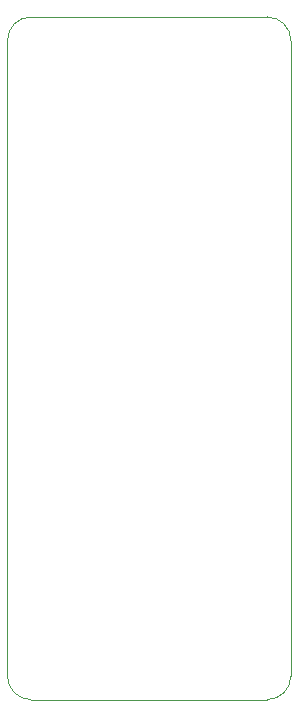
<source format=gbr>
G04 #@! TF.GenerationSoftware,KiCad,Pcbnew,5.1.8*
G04 #@! TF.CreationDate,2020-12-10T12:55:43+01:00*
G04 #@! TF.ProjectId,weather_station,77656174-6865-4725-9f73-746174696f6e,rev?*
G04 #@! TF.SameCoordinates,Original*
G04 #@! TF.FileFunction,Profile,NP*
%FSLAX46Y46*%
G04 Gerber Fmt 4.6, Leading zero omitted, Abs format (unit mm)*
G04 Created by KiCad (PCBNEW 5.1.8) date 2020-12-10 12:55:43*
%MOMM*%
%LPD*%
G01*
G04 APERTURE LIST*
G04 #@! TA.AperFunction,Profile*
%ADD10C,0.050000*%
G04 #@! TD*
G04 APERTURE END LIST*
D10*
X140000000Y-137800000D02*
G75*
G02*
X138000000Y-135800000I0J2000000D01*
G01*
X162000000Y-135800000D02*
G75*
G02*
X160000000Y-137800000I-2000000J0D01*
G01*
X140000000Y-137800000D02*
X160000000Y-137800000D01*
X138000000Y-135800000D02*
X138000000Y-82000000D01*
X162000000Y-82000000D02*
X162000000Y-135800000D01*
X138000000Y-82000000D02*
G75*
G02*
X140000000Y-80000000I2000000J0D01*
G01*
X160000000Y-80000000D02*
G75*
G02*
X162000000Y-82000000I0J-2000000D01*
G01*
X140000000Y-80000000D02*
X160000000Y-80000000D01*
M02*

</source>
